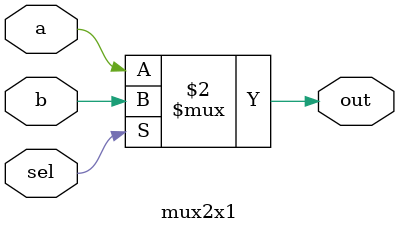
<source format=v>
module mux2x1 (
    input wire sel,
    input wire a,
    input wire b,
    output wire out
);

    assign out = (sel == 0 ? a : b);
    
endmodule
</source>
